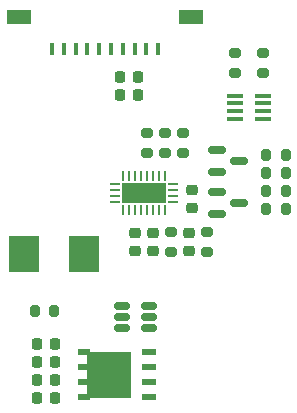
<source format=gbr>
%TF.GenerationSoftware,KiCad,Pcbnew,9.0.4*%
%TF.CreationDate,2025-10-02T13:36:02-04:00*%
%TF.ProjectId,MPPT-dev,4d505054-2d64-4657-962e-6b696361645f,rev?*%
%TF.SameCoordinates,Original*%
%TF.FileFunction,Paste,Top*%
%TF.FilePolarity,Positive*%
%FSLAX46Y46*%
G04 Gerber Fmt 4.6, Leading zero omitted, Abs format (unit mm)*
G04 Created by KiCad (PCBNEW 9.0.4) date 2025-10-02 13:36:02*
%MOMM*%
%LPD*%
G01*
G04 APERTURE LIST*
G04 Aperture macros list*
%AMRoundRect*
0 Rectangle with rounded corners*
0 $1 Rounding radius*
0 $2 $3 $4 $5 $6 $7 $8 $9 X,Y pos of 4 corners*
0 Add a 4 corners polygon primitive as box body*
4,1,4,$2,$3,$4,$5,$6,$7,$8,$9,$2,$3,0*
0 Add four circle primitives for the rounded corners*
1,1,$1+$1,$2,$3*
1,1,$1+$1,$4,$5*
1,1,$1+$1,$6,$7*
1,1,$1+$1,$8,$9*
0 Add four rect primitives between the rounded corners*
20,1,$1+$1,$2,$3,$4,$5,0*
20,1,$1+$1,$4,$5,$6,$7,0*
20,1,$1+$1,$6,$7,$8,$9,0*
20,1,$1+$1,$8,$9,$2,$3,0*%
G04 Aperture macros list end*
%ADD10C,0.000000*%
%ADD11RoundRect,0.150000X-0.512500X-0.150000X0.512500X-0.150000X0.512500X0.150000X-0.512500X0.150000X0*%
%ADD12RoundRect,0.225000X0.225000X0.250000X-0.225000X0.250000X-0.225000X-0.250000X0.225000X-0.250000X0*%
%ADD13RoundRect,0.225000X-0.250000X0.225000X-0.250000X-0.225000X0.250000X-0.225000X0.250000X0.225000X0*%
%ADD14R,0.400000X1.000000*%
%ADD15R,2.000000X1.300000*%
%ADD16RoundRect,0.200000X-0.275000X0.200000X-0.275000X-0.200000X0.275000X-0.200000X0.275000X0.200000X0*%
%ADD17RoundRect,0.200000X0.275000X-0.200000X0.275000X0.200000X-0.275000X0.200000X-0.275000X-0.200000X0*%
%ADD18RoundRect,0.200000X-0.200000X-0.275000X0.200000X-0.275000X0.200000X0.275000X-0.200000X0.275000X0*%
%ADD19RoundRect,0.200000X0.200000X0.275000X-0.200000X0.275000X-0.200000X-0.275000X0.200000X-0.275000X0*%
%ADD20RoundRect,0.150000X-0.587500X-0.150000X0.587500X-0.150000X0.587500X0.150000X-0.587500X0.150000X0*%
%ADD21R,0.254000X0.812800*%
%ADD22R,0.812800X0.254000*%
%ADD23R,3.759200X1.752600*%
%ADD24R,2.565400X3.149600*%
%ADD25R,1.320800X0.381000*%
%ADD26R,1.270000X0.610000*%
%ADD27R,3.810000X3.910000*%
%ADD28R,1.020000X0.610000*%
G04 APERTURE END LIST*
D10*
%TO.C,U2*%
G36*
X142890001Y-94680100D02*
G01*
X141210401Y-94680100D01*
X141210401Y-93127500D01*
X142890001Y-93127500D01*
X142890001Y-94680100D01*
G37*
G36*
X144769601Y-94680100D02*
G01*
X143090001Y-94680100D01*
X143090001Y-93127500D01*
X144769601Y-93127500D01*
X144769601Y-94680100D01*
G37*
%TD*%
D11*
%TO.C,U1*%
X141102500Y-103418600D03*
X141102500Y-104368600D03*
X141102500Y-105318600D03*
X143377500Y-105318600D03*
X143377500Y-104368600D03*
X143377500Y-103418600D03*
%TD*%
D12*
%TO.C,C9*%
X135445800Y-111201200D03*
X133895800Y-111201200D03*
%TD*%
D13*
%TO.C,C3*%
X143756001Y-97269000D03*
X143756001Y-98819000D03*
%TD*%
D14*
%TO.C,J1*%
X144200000Y-81682000D03*
X143200000Y-81682000D03*
X142200000Y-81682000D03*
X141200000Y-81682000D03*
X140200000Y-81682000D03*
X139200000Y-81682000D03*
X138200000Y-81682000D03*
X137200000Y-81682000D03*
X136200000Y-81682000D03*
X135200000Y-81682000D03*
D15*
X147000000Y-78982000D03*
X132400000Y-78982000D03*
%TD*%
D13*
%TO.C,C6*%
X146804001Y-97269000D03*
X146804001Y-98819000D03*
%TD*%
D12*
%TO.C,C1*%
X142507000Y-85598000D03*
X140957000Y-85598000D03*
%TD*%
%TO.C,C7*%
X135445800Y-106705400D03*
X133895800Y-106705400D03*
%TD*%
D16*
%TO.C,R1*%
X144780000Y-88837000D03*
X144780000Y-90487000D03*
%TD*%
D17*
%TO.C,R2*%
X146304000Y-90487000D03*
X146304000Y-88837000D03*
%TD*%
D18*
%TO.C,R4*%
X153353000Y-92202000D03*
X155003000Y-92202000D03*
%TD*%
D16*
%TO.C,R6*%
X153085800Y-82050001D03*
X153085800Y-83700001D03*
%TD*%
D19*
%TO.C,R8*%
X155003000Y-93726000D03*
X153353000Y-93726000D03*
%TD*%
D20*
%TO.C,D2*%
X149176500Y-93792000D03*
X149176500Y-95692000D03*
X151051500Y-94742000D03*
%TD*%
D12*
%TO.C,C8*%
X135445800Y-108204000D03*
X133895800Y-108204000D03*
%TD*%
D17*
%TO.C,R7*%
X143256000Y-90487000D03*
X143256000Y-88837000D03*
%TD*%
D21*
%TO.C,U2*%
X144740000Y-92456000D03*
X144240001Y-92456000D03*
X143740002Y-92456000D03*
X143240001Y-92456000D03*
X142740001Y-92456000D03*
X142240000Y-92456000D03*
X141740001Y-92456000D03*
X141240002Y-92456000D03*
D22*
X140538901Y-93153799D03*
X140538901Y-93653800D03*
X140538901Y-94153800D03*
X140538901Y-94653801D03*
D21*
X141240002Y-95351600D03*
X141740001Y-95351600D03*
X142240000Y-95351600D03*
X142740001Y-95351600D03*
X143240001Y-95351600D03*
X143740002Y-95351600D03*
X144240001Y-95351600D03*
X144740000Y-95351600D03*
D22*
X145441101Y-94653801D03*
X145441101Y-94153800D03*
X145441101Y-93653800D03*
X145441101Y-93153799D03*
D23*
X142990001Y-93903800D03*
%TD*%
D13*
%TO.C,C4*%
X142232001Y-97269000D03*
X142232001Y-98819000D03*
%TD*%
D19*
%TO.C,R3*%
X155003000Y-90678000D03*
X153353000Y-90678000D03*
%TD*%
D18*
%TO.C,R10*%
X133744200Y-103860600D03*
X135394200Y-103860600D03*
%TD*%
D13*
%TO.C,C5*%
X147066000Y-93636800D03*
X147066000Y-95186800D03*
%TD*%
D12*
%TO.C,C2*%
X142507000Y-84074000D03*
X140957000Y-84074000D03*
%TD*%
D16*
%TO.C,R12*%
X145280001Y-97219000D03*
X145280001Y-98869000D03*
%TD*%
D18*
%TO.C,R9*%
X153353000Y-95250000D03*
X155003000Y-95250000D03*
%TD*%
D24*
%TO.C,L1*%
X137939401Y-99060000D03*
X132808601Y-99060000D03*
%TD*%
D16*
%TO.C,R11*%
X148328001Y-97219000D03*
X148328001Y-98869000D03*
%TD*%
%TO.C,R5*%
X150698200Y-82050001D03*
X150698200Y-83700001D03*
%TD*%
D25*
%TO.C,U3*%
X153085800Y-87588998D03*
X153085800Y-86939000D03*
X153085800Y-86289000D03*
X153085800Y-85639002D03*
X150698200Y-85639002D03*
X150698200Y-86289000D03*
X150698200Y-86939000D03*
X150698200Y-87588998D03*
%TD*%
D26*
%TO.C,Q13*%
X143394201Y-111175800D03*
X143394200Y-109905800D03*
X143394200Y-108635800D03*
X143394201Y-107365800D03*
D27*
X140034200Y-109270800D03*
D28*
X137929200Y-111175800D03*
X137929200Y-109905800D03*
X137929200Y-108635800D03*
X137929200Y-107365800D03*
%TD*%
D12*
%TO.C,C10*%
X135445800Y-109702600D03*
X133895800Y-109702600D03*
%TD*%
D20*
%TO.C,D1*%
X149176500Y-90236000D03*
X149176500Y-92136000D03*
X151051500Y-91186000D03*
%TD*%
M02*

</source>
